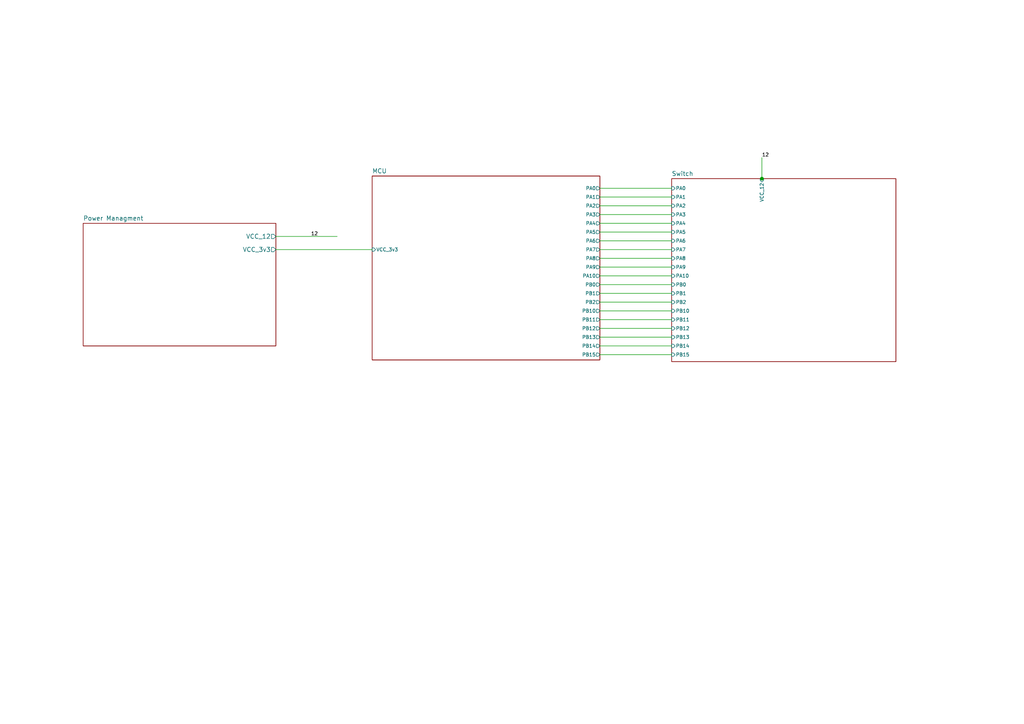
<source format=kicad_sch>
(kicad_sch
	(version 20231120)
	(generator "eeschema")
	(generator_version "8.0")
	(uuid "1adeaee6-8258-4bb9-adf4-b6d2d89a2512")
	(paper "A4")
	(title_block
		(title "Nur-Al-Nujoom")
		(date "2024-10-31")
		(rev "Rev 1.0")
	)
	(lib_symbols)
	(junction
		(at 220.98 51.816)
		(diameter 0)
		(color 0 0 0 0)
		(uuid "9e5b7e41-d8e9-4e82-a5cd-8f7c66ffc3a5")
	)
	(wire
		(pts
			(xy 173.99 67.31) (xy 194.818 67.31)
		)
		(stroke
			(width 0)
			(type default)
		)
		(uuid "013d8e71-028f-4eb1-b765-95a18c111a62")
	)
	(wire
		(pts
			(xy 220.98 51.816) (xy 220.98 52.07)
		)
		(stroke
			(width 0)
			(type default)
		)
		(uuid "09df22ea-c12f-47b6-904e-18a8a89457de")
	)
	(wire
		(pts
			(xy 173.99 85.09) (xy 194.818 85.09)
		)
		(stroke
			(width 0)
			(type default)
		)
		(uuid "222949d0-306d-4570-8b3f-27153e26ecbc")
	)
	(wire
		(pts
			(xy 173.99 87.63) (xy 194.818 87.63)
		)
		(stroke
			(width 0)
			(type default)
		)
		(uuid "23d2dd89-4c64-4688-b6fe-086ef59b80df")
	)
	(wire
		(pts
			(xy 173.99 72.39) (xy 194.818 72.39)
		)
		(stroke
			(width 0)
			(type default)
		)
		(uuid "27e7bc05-f6b7-4448-9132-d1468b149d8a")
	)
	(wire
		(pts
			(xy 173.99 80.01) (xy 194.818 80.01)
		)
		(stroke
			(width 0)
			(type default)
		)
		(uuid "28243ec7-5d66-4a0d-91e8-c7d0b095046d")
	)
	(wire
		(pts
			(xy 173.99 77.47) (xy 194.818 77.47)
		)
		(stroke
			(width 0)
			(type default)
		)
		(uuid "2b5eaffc-697b-42d2-8bff-b0e8179ddf1b")
	)
	(wire
		(pts
			(xy 80.01 72.39) (xy 107.95 72.39)
		)
		(stroke
			(width 0)
			(type default)
		)
		(uuid "33ffd9fb-4742-420f-93f6-1f1deb749cc9")
	)
	(wire
		(pts
			(xy 80.01 68.58) (xy 97.79 68.58)
		)
		(stroke
			(width 0)
			(type default)
		)
		(uuid "373a1c56-668c-4987-a7d9-edb43aa714b5")
	)
	(wire
		(pts
			(xy 173.99 92.71) (xy 194.818 92.71)
		)
		(stroke
			(width 0)
			(type default)
		)
		(uuid "40f5cec7-7d3e-4461-b6e0-fd738883c9aa")
	)
	(wire
		(pts
			(xy 173.99 59.69) (xy 194.818 59.69)
		)
		(stroke
			(width 0)
			(type default)
		)
		(uuid "52f05057-5e3b-4e7f-9b4e-e1636c79b640")
	)
	(wire
		(pts
			(xy 173.99 95.25) (xy 194.818 95.25)
		)
		(stroke
			(width 0)
			(type default)
		)
		(uuid "5d8a0ba5-a65f-4883-b50c-9df53c5e929d")
	)
	(wire
		(pts
			(xy 173.99 97.79) (xy 194.818 97.79)
		)
		(stroke
			(width 0)
			(type default)
		)
		(uuid "6c5d06ac-7b18-498a-85a6-a12e16da6e08")
	)
	(wire
		(pts
			(xy 173.99 74.93) (xy 194.818 74.93)
		)
		(stroke
			(width 0)
			(type default)
		)
		(uuid "882060e7-a29a-47e4-8457-b60312ab8193")
	)
	(wire
		(pts
			(xy 173.99 54.61) (xy 194.818 54.61)
		)
		(stroke
			(width 0)
			(type default)
		)
		(uuid "8a8c541e-ecc8-4336-bde5-d87a5b49c848")
	)
	(wire
		(pts
			(xy 173.99 64.77) (xy 194.818 64.77)
		)
		(stroke
			(width 0)
			(type default)
		)
		(uuid "9492459f-a00d-4c7f-b0e3-32b51be63f8f")
	)
	(wire
		(pts
			(xy 173.99 69.85) (xy 194.818 69.85)
		)
		(stroke
			(width 0)
			(type default)
		)
		(uuid "a0be504d-e567-474a-91d7-bf004978ee5f")
	)
	(wire
		(pts
			(xy 173.99 90.17) (xy 194.818 90.17)
		)
		(stroke
			(width 0)
			(type default)
		)
		(uuid "acbcc744-cc6e-4b1e-afa1-af667d5541bd")
	)
	(wire
		(pts
			(xy 173.99 100.33) (xy 194.818 100.33)
		)
		(stroke
			(width 0)
			(type default)
		)
		(uuid "bc922b00-e5da-46a8-86a4-2b3b18b45e7b")
	)
	(wire
		(pts
			(xy 220.98 45.72) (xy 220.98 51.816)
		)
		(stroke
			(width 0)
			(type default)
		)
		(uuid "c78b389f-33f3-4b81-9429-fd22a7a58d15")
	)
	(wire
		(pts
			(xy 173.99 102.87) (xy 194.818 102.87)
		)
		(stroke
			(width 0)
			(type default)
		)
		(uuid "e26f5e5f-b859-4b2c-b927-8f5c058c3371")
	)
	(wire
		(pts
			(xy 173.99 82.55) (xy 194.818 82.55)
		)
		(stroke
			(width 0)
			(type default)
		)
		(uuid "ed17562b-2aac-481f-90da-aec1059d9c06")
	)
	(wire
		(pts
			(xy 173.99 62.23) (xy 194.818 62.23)
		)
		(stroke
			(width 0)
			(type default)
		)
		(uuid "f1591989-4f90-4902-aa1b-1dec27886adc")
	)
	(wire
		(pts
			(xy 173.99 57.15) (xy 194.818 57.15)
		)
		(stroke
			(width 0)
			(type default)
		)
		(uuid "f83924d9-fa75-4d71-b9f3-a4f5e96ba578")
	)
	(label "12"
		(at 220.98 45.72 0)
		(fields_autoplaced yes)
		(effects
			(font
				(size 0.9906 0.9906)
			)
			(justify left bottom)
		)
		(uuid "c449b1a3-3051-4961-a00a-6ccb5bbeebe7")
	)
	(label "12"
		(at 90.17 68.58 0)
		(fields_autoplaced yes)
		(effects
			(font
				(size 0.9906 0.9906)
			)
			(justify left bottom)
		)
		(uuid "f9592604-e945-41d1-ada6-e9521febc650")
	)
	(sheet
		(at 194.818 51.816)
		(size 65.024 53.086)
		(fields_autoplaced yes)
		(stroke
			(width 0.1524)
			(type solid)
		)
		(fill
			(color 0 0 0 0.0000)
		)
		(uuid "4988430d-dd21-4698-a9dc-4864deec42ce")
		(property "Sheetname" "Switch"
			(at 194.818 51.1044 0)
			(effects
				(font
					(size 1.27 1.27)
				)
				(justify left bottom)
			)
		)
		(property "Sheetfile" "Switch.kicad_sch"
			(at 194.818 105.4866 0)
			(effects
				(font
					(size 1.27 1.27)
				)
				(justify left top)
				(hide yes)
			)
		)
		(pin "PA3" input
			(at 194.818 62.23 180)
			(effects
				(font
					(size 0.9906 0.9906)
				)
				(justify left)
			)
			(uuid "d6ba46de-6238-40f4-884f-e0a0b54c3158")
		)
		(pin "PA4" input
			(at 194.818 64.77 180)
			(effects
				(font
					(size 0.9906 0.9906)
				)
				(justify left)
			)
			(uuid "894ea673-a1d3-4b3c-9088-500c6645d4c6")
		)
		(pin "PA9" input
			(at 194.818 77.47 180)
			(effects
				(font
					(size 0.9906 0.9906)
				)
				(justify left)
			)
			(uuid "571cb511-0605-4298-a9f5-5e1c67873b1b")
		)
		(pin "PA7" input
			(at 194.818 72.39 180)
			(effects
				(font
					(size 0.9906 0.9906)
				)
				(justify left)
			)
			(uuid "86af94e5-a7fc-4ed5-8099-647cf48fa8f0")
		)
		(pin "PA8" input
			(at 194.818 74.93 180)
			(effects
				(font
					(size 0.9906 0.9906)
				)
				(justify left)
			)
			(uuid "b312ee6f-247a-4ab1-bdcf-a48e96410b2a")
		)
		(pin "PA2" input
			(at 194.818 59.69 180)
			(effects
				(font
					(size 0.9906 0.9906)
				)
				(justify left)
			)
			(uuid "8cad1485-abaa-4552-a967-6fc786ce6f41")
		)
		(pin "VCC_12" input
			(at 220.98 51.816 90)
			(effects
				(font
					(size 0.9906 0.9906)
				)
				(justify right)
			)
			(uuid "a7c63d33-bbc0-4bea-ab4c-85c48bb7054d")
		)
		(pin "PA0" input
			(at 194.818 54.61 180)
			(effects
				(font
					(size 0.9906 0.9906)
				)
				(justify left)
			)
			(uuid "a0820dca-f974-46ed-b1a7-71b6cea2a991")
		)
		(pin "PA1" input
			(at 194.818 57.15 180)
			(effects
				(font
					(size 0.9906 0.9906)
				)
				(justify left)
			)
			(uuid "99bb87ad-5304-40ad-aca9-14cb84c68518")
		)
		(pin "PA5" input
			(at 194.818 67.31 180)
			(effects
				(font
					(size 0.9906 0.9906)
				)
				(justify left)
			)
			(uuid "def3f495-8344-4fa9-baf1-735a000268bb")
		)
		(pin "PA6" input
			(at 194.818 69.85 180)
			(effects
				(font
					(size 0.9906 0.9906)
				)
				(justify left)
			)
			(uuid "a30c16ed-6cbb-4697-a19a-bc53e5a5098a")
		)
		(pin "PB0" input
			(at 194.818 82.55 180)
			(effects
				(font
					(size 0.9906 0.9906)
				)
				(justify left)
			)
			(uuid "ce96881f-422a-44bc-aac4-bd49e98e6f26")
		)
		(pin "PA10" input
			(at 194.818 80.01 180)
			(effects
				(font
					(size 0.9906 0.9906)
				)
				(justify left)
			)
			(uuid "d4f613aa-42c1-474a-b37b-0d2068985dca")
		)
		(pin "PB12" input
			(at 194.818 95.25 180)
			(effects
				(font
					(size 0.9906 0.9906)
				)
				(justify left)
			)
			(uuid "1b4ec663-fe32-48c1-a454-5a12b6fd1d59")
		)
		(pin "PB11" input
			(at 194.818 92.71 180)
			(effects
				(font
					(size 0.9906 0.9906)
				)
				(justify left)
			)
			(uuid "f3680e90-cef0-43c5-8661-ed8de159592c")
		)
		(pin "PB1" input
			(at 194.818 85.09 180)
			(effects
				(font
					(size 0.9906 0.9906)
				)
				(justify left)
			)
			(uuid "dd84bac9-d2e4-42a4-be91-849edef873a8")
		)
		(pin "PB2" input
			(at 194.818 87.63 180)
			(effects
				(font
					(size 0.9906 0.9906)
				)
				(justify left)
			)
			(uuid "b1d6742e-c9ce-4255-9c05-b406e2865b58")
		)
		(pin "PB13" input
			(at 194.818 97.79 180)
			(effects
				(font
					(size 0.9906 0.9906)
				)
				(justify left)
			)
			(uuid "85fbe452-9ba9-4c35-a564-35d17b000167")
		)
		(pin "PB14" input
			(at 194.818 100.33 180)
			(effects
				(font
					(size 0.9906 0.9906)
				)
				(justify left)
			)
			(uuid "7500ce2f-0e6a-4bf5-b9a0-747601cbab94")
		)
		(pin "PB15" input
			(at 194.818 102.87 180)
			(effects
				(font
					(size 0.9906 0.9906)
				)
				(justify left)
			)
			(uuid "1ca2cf9b-ffe3-4b81-9484-91b3bb7dd979")
		)
		(pin "PB10" input
			(at 194.818 90.17 180)
			(effects
				(font
					(size 0.9906 0.9906)
				)
				(justify left)
			)
			(uuid "dd5e706a-047a-40c7-93aa-ac9aab5d55c9")
		)
		(instances
			(project "Nur-Al-Nujoom"
				(path "/1adeaee6-8258-4bb9-adf4-b6d2d89a2512"
					(page "4")
				)
			)
		)
	)
	(sheet
		(at 107.95 51.054)
		(size 66.04 53.34)
		(fields_autoplaced yes)
		(stroke
			(width 0.1524)
			(type solid)
		)
		(fill
			(color 0 0 0 0.0000)
		)
		(uuid "c05d2865-d3c2-434c-9937-dde5d105b554")
		(property "Sheetname" "MCU"
			(at 107.95 50.3424 0)
			(effects
				(font
					(size 1.27 1.27)
				)
				(justify left bottom)
			)
		)
		(property "Sheetfile" "MCU.kicad_sch"
			(at 107.95 104.9786 0)
			(effects
				(font
					(size 1.27 1.27)
				)
				(justify left top)
				(hide yes)
			)
		)
		(pin "PB0" output
			(at 173.99 82.55 0)
			(effects
				(font
					(size 0.9906 0.9906)
				)
				(justify right)
			)
			(uuid "120703fa-bb8b-4459-8821-ff3e0641bf16")
		)
		(pin "PB1" output
			(at 173.99 85.09 0)
			(effects
				(font
					(size 0.9906 0.9906)
				)
				(justify right)
			)
			(uuid "48d02d9f-3fc1-4302-99bb-6c7749f53b2b")
		)
		(pin "PB2" output
			(at 173.99 87.63 0)
			(effects
				(font
					(size 0.9906 0.9906)
				)
				(justify right)
			)
			(uuid "d5325a6b-f827-4c76-9687-c83e4c79292c")
		)
		(pin "PA5" output
			(at 173.99 67.31 0)
			(effects
				(font
					(size 0.9906 0.9906)
				)
				(justify right)
			)
			(uuid "10af1ef8-118b-4be1-97ca-df4cd28b7760")
		)
		(pin "PA4" output
			(at 173.99 64.77 0)
			(effects
				(font
					(size 0.9906 0.9906)
				)
				(justify right)
			)
			(uuid "ce56e24e-6469-428e-a23c-9df7c6f66c75")
		)
		(pin "PA7" output
			(at 173.99 72.39 0)
			(effects
				(font
					(size 0.9906 0.9906)
				)
				(justify right)
			)
			(uuid "18d4568e-ac61-437d-8cb4-a007fb5e94a1")
		)
		(pin "PA6" output
			(at 173.99 69.85 0)
			(effects
				(font
					(size 0.9906 0.9906)
				)
				(justify right)
			)
			(uuid "58741f09-007a-4c4f-a031-57aeb33bdf32")
		)
		(pin "PA1" output
			(at 173.99 57.15 0)
			(effects
				(font
					(size 0.9906 0.9906)
				)
				(justify right)
			)
			(uuid "15a92839-4fcb-488b-8aea-f6b2767247c9")
		)
		(pin "PA0" output
			(at 173.99 54.61 0)
			(effects
				(font
					(size 0.9906 0.9906)
				)
				(justify right)
			)
			(uuid "487905c4-8228-4a98-b12b-b9e0ff2d2f31")
		)
		(pin "PA2" output
			(at 173.99 59.69 0)
			(effects
				(font
					(size 0.9906 0.9906)
				)
				(justify right)
			)
			(uuid "63fad7eb-cb0e-49ce-9835-3e66cd6ee7f6")
		)
		(pin "PA3" output
			(at 173.99 62.23 0)
			(effects
				(font
					(size 0.9906 0.9906)
				)
				(justify right)
			)
			(uuid "7e28fc35-e8cb-43a1-9913-6842d64f526a")
		)
		(pin "PA9" output
			(at 173.99 77.47 0)
			(effects
				(font
					(size 0.9906 0.9906)
				)
				(justify right)
			)
			(uuid "b8defa1a-9761-404f-abdb-cf74d978e5f4")
		)
		(pin "PA8" output
			(at 173.99 74.93 0)
			(effects
				(font
					(size 0.9906 0.9906)
				)
				(justify right)
			)
			(uuid "50bf22bd-4921-4fb1-a0c0-13c9b05cc7ab")
		)
		(pin "PA10" output
			(at 173.99 80.01 0)
			(effects
				(font
					(size 0.9906 0.9906)
				)
				(justify right)
			)
			(uuid "0aa5faad-4951-4bdb-88e2-a2fe6518e619")
		)
		(pin "PB15" output
			(at 173.99 102.87 0)
			(effects
				(font
					(size 0.9906 0.9906)
				)
				(justify right)
			)
			(uuid "a0deda42-a1fd-4764-84c0-c4e2893e7aa7")
		)
		(pin "PB13" output
			(at 173.99 97.79 0)
			(effects
				(font
					(size 0.9906 0.9906)
				)
				(justify right)
			)
			(uuid "6977ee87-612a-4f9e-895f-ab3fcbfe7e9e")
		)
		(pin "PB14" output
			(at 173.99 100.33 0)
			(effects
				(font
					(size 0.9906 0.9906)
				)
				(justify right)
			)
			(uuid "65e8da03-7625-4eb4-b697-c34a351a897d")
		)
		(pin "PB10" output
			(at 173.99 90.17 0)
			(effects
				(font
					(size 0.9906 0.9906)
				)
				(justify right)
			)
			(uuid "ce2ac68a-42f7-4a8e-bb3b-31c3e940c749")
		)
		(pin "PB11" output
			(at 173.99 92.71 0)
			(effects
				(font
					(size 0.9906 0.9906)
				)
				(justify right)
			)
			(uuid "a36f4618-8064-495c-aedb-1d63c0caa677")
		)
		(pin "PB12" output
			(at 173.99 95.25 0)
			(effects
				(font
					(size 0.9906 0.9906)
				)
				(justify right)
			)
			(uuid "3cac5a94-1367-4c9a-a441-6e5d0a311e4a")
		)
		(pin "VCC_3v3" input
			(at 107.95 72.39 180)
			(effects
				(font
					(size 0.9906 0.9906)
				)
				(justify left)
			)
			(uuid "d7e18f7d-862b-43cd-80d5-71d7fe4791ee")
		)
		(instances
			(project "Nur-Al-Nujoom"
				(path "/1adeaee6-8258-4bb9-adf4-b6d2d89a2512"
					(page "2")
				)
			)
		)
	)
	(sheet
		(at 24.13 64.77)
		(size 55.88 35.56)
		(fields_autoplaced yes)
		(stroke
			(width 0.1524)
			(type solid)
		)
		(fill
			(color 0 0 0 0.0000)
		)
		(uuid "e1138a11-f771-484d-9c9a-4285456bbc45")
		(property "Sheetname" "Power Managment"
			(at 24.13 64.0584 0)
			(effects
				(font
					(size 1.27 1.27)
				)
				(justify left bottom)
			)
		)
		(property "Sheetfile" "Power Managment .kicad_sch"
			(at 24.13 100.9146 0)
			(effects
				(font
					(size 1.27 1.27)
				)
				(justify left top)
				(hide yes)
			)
		)
		(pin "VCC_12" output
			(at 80.01 68.58 0)
			(effects
				(font
					(size 1.27 1.27)
				)
				(justify right)
			)
			(uuid "daf94771-17b1-4c5c-82c6-6fbc771207bb")
		)
		(pin "VCC_3v3" output
			(at 80.01 72.39 0)
			(effects
				(font
					(size 1.27 1.27)
				)
				(justify right)
			)
			(uuid "1b7e657e-4a17-4d1b-85ce-82eb5a807ac5")
		)
		(instances
			(project "Nur-Al-Nujoom"
				(path "/1adeaee6-8258-4bb9-adf4-b6d2d89a2512"
					(page "3")
				)
			)
		)
	)
	(sheet_instances
		(path "/"
			(page "1")
		)
	)
)

</source>
